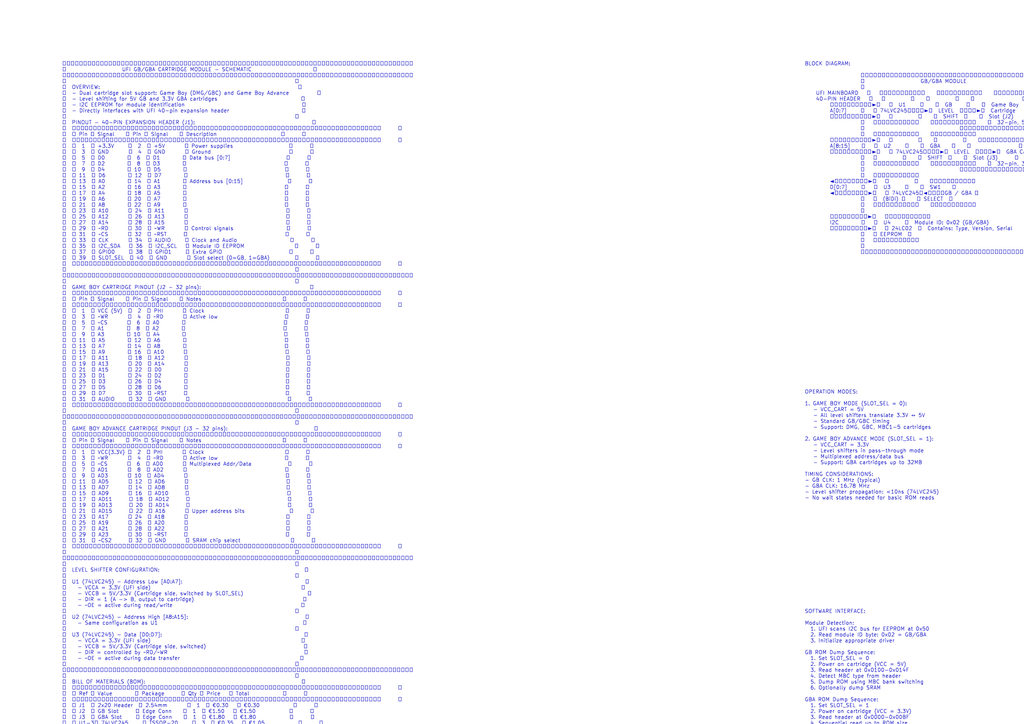
<source format=kicad_sch>
(kicad_sch (version 20231120) (generator "eeschema") (generator_version "8.0")
  (paper "A3")
  (title_block (title "UFI GB/GBA Cartridge Module - Complete") (date "2026-01-17") (rev "1.1") (company "UFI Project") (comment 1 "Game Boy / Game Boy Advance Cartridge Reader") (comment 2 "Expansion Module for UFI Mainboard") (comment 3 "40-pin Header Interface - BOM ~€6.50"))
  (lib_symbols)
  (text "╔══════════════════════════════════════════════════════════════════════════════════╗\n║                    UFI GB/GBA CARTRIDGE MODULE - SCHEMATIC                      ║\n╠══════════════════════════════════════════════════════════════════════════════════╣\n║                                                                                  ║\n║  OVERVIEW:                                                                       ║\n║  - Dual cartridge slot support: Game Boy (DMG/GBC) and Game Boy Advance          ║\n║  - Level shifting for 5V GB and 3.3V GBA cartridges                              ║\n║  - I2C EEPROM for module identification                                          ║\n║  - Directly interfaces with UFI 40-pin expansion header                          ║\n║                                                                                  ║\n║  PINOUT - 40-PIN EXPANSION HEADER (J1):                                          ║\n║  ┌────────────────────────────────────────────────────────────────────────┐      ║\n║  │ Pin │ Signal    │ Pin │ Signal    │ Description                       │      ║\n║  ├────────────────────────────────────────────────────────────────────────┤      ║\n║  │  1  │ +3.3V     │  2  │ +5V       │ Power supplies                    │      ║\n║  │  3  │ GND       │  4  │ GND       │ Ground                            │      ║\n║  │  5  │ D0        │  6  │ D1        │ Data bus [0:7]                    │      ║\n║  │  7  │ D2        │  8  │ D3        │                                   │      ║\n║  │  9  │ D4        │ 10  │ D5        │                                   │      ║\n║  │ 11  │ D6        │ 12  │ D7        │                                   │      ║\n║  │ 13  │ A0        │ 14  │ A1        │ Address bus [0:15]                │      ║\n║  │ 15  │ A2        │ 16  │ A3        │                                   │      ║\n║  │ 17  │ A4        │ 18  │ A5        │                                   │      ║\n║  │ 19  │ A6        │ 20  │ A7        │                                   │      ║\n║  │ 21  │ A8        │ 22  │ A9        │                                   │      ║\n║  │ 23  │ A10       │ 24  │ A11       │                                   │      ║\n║  │ 25  │ A12       │ 26  │ A13       │                                   │      ║\n║  │ 27  │ A14       │ 28  │ A15       │                                   │      ║\n║  │ 29  │ ~RD       │ 30  │ ~WR       │ Control signals                   │      ║\n║  │ 31  │ ~CS       │ 32  │ ~RST      │                                   │      ║\n║  │ 33  │ CLK       │ 34  │ AUDIO     │ Clock and Audio                   │      ║\n║  │ 35  │ I2C_SDA   │ 36  │ I2C_SCL   │ Module ID EEPROM                  │      ║\n║  │ 37  │ GPIO0     │ 38  │ GPIO1     │ Extra GPIO                        │      ║\n║  │ 39  │ SLOT_SEL  │ 40  │ GND       │ Slot select (0=GB, 1=GBA)         │      ║\n║  └────────────────────────────────────────────────────────────────────────┘      ║\n║                                                                                  ║\n╠══════════════════════════════════════════════════════════════════════════════════╣\n║                                                                                  ║\n║  GAME BOY CARTRIDGE PINOUT (J2 - 32 pins):                                       ║\n║  ┌────────────────────────────────────────────────────────────────────────┐      ║\n║  │ Pin │ Signal    │ Pin │ Signal    │ Notes                             │      ║\n║  ├────────────────────────────────────────────────────────────────────────┤      ║\n║  │  1  │ VCC (5V)  │  2  │ PHI       │ Clock                             │      ║\n║  │  3  │ ~WR       │  4  │ ~RD       │ Active low                        │      ║\n║  │  5  │ ~CS       │  6  │ A0        │                                   │      ║\n║  │  7  │ A1        │  8  │ A2        │                                   │      ║\n║  │  9  │ A3        │ 10  │ A4        │                                   │      ║\n║  │ 11  │ A5        │ 12  │ A6        │                                   │      ║\n║  │ 13  │ A7        │ 14  │ A8        │                                   │      ║\n║  │ 15  │ A9        │ 16  │ A10       │                                   │      ║\n║  │ 17  │ A11       │ 18  │ A12       │                                   │      ║\n║  │ 19  │ A13       │ 20  │ A14       │                                   │      ║\n║  │ 21  │ A15       │ 22  │ D0        │                                   │      ║\n║  │ 23  │ D1        │ 24  │ D2        │                                   │      ║\n║  │ 25  │ D3        │ 26  │ D4        │                                   │      ║\n║  │ 27  │ D5        │ 28  │ D6        │                                   │      ║\n║  │ 29  │ D7        │ 30  │ ~RST      │                                   │      ║\n║  │ 31  │ AUDIO     │ 32  │ GND       │                                   │      ║\n║  └────────────────────────────────────────────────────────────────────────┘      ║\n║                                                                                  ║\n╠══════════════════════════════════════════════════════════════════════════════════╣\n║                                                                                  ║\n║  GAME BOY ADVANCE CARTRIDGE PINOUT (J3 - 32 pins):                               ║\n║  ┌────────────────────────────────────────────────────────────────────────┐      ║\n║  │ Pin │ Signal    │ Pin │ Signal    │ Notes                             │      ║\n║  ├────────────────────────────────────────────────────────────────────────┤      ║\n║  │  1  │ VCC(3.3V) │  2  │ PHI       │ Clock                             │      ║\n║  │  3  │ ~WR       │  4  │ ~RD       │ Active low                        │      ║\n║  │  5  │ ~CS       │  6  │ AD0       │ Multiplexed Addr/Data             │      ║\n║  │  7  │ AD1       │  8  │ AD2       │                                   │      ║\n║  │  9  │ AD3       │ 10  │ AD4       │                                   │      ║\n║  │ 11  │ AD5       │ 12  │ AD6       │                                   │      ║\n║  │ 13  │ AD7       │ 14  │ AD8       │                                   │      ║\n║  │ 15  │ AD9       │ 16  │ AD10      │                                   │      ║\n║  │ 17  │ AD11      │ 18  │ AD12      │                                   │      ║\n║  │ 19  │ AD13      │ 20  │ AD14      │                                   │      ║\n║  │ 21  │ AD15      │ 22  │ A16       │ Upper address bits                │      ║\n║  │ 23  │ A17       │ 24  │ A18       │                                   │      ║\n║  │ 25  │ A19       │ 26  │ A20       │                                   │      ║\n║  │ 27  │ A21       │ 28  │ A22       │                                   │      ║\n║  │ 29  │ A23       │ 30  │ ~RST      │                                   │      ║\n║  │ 31  │ ~CS2      │ 32  │ GND       │ SRAM chip select                  │      ║\n║  └────────────────────────────────────────────────────────────────────────┘      ║\n║                                                                                  ║\n╠══════════════════════════════════════════════════════════════════════════════════╣\n║                                                                                  ║\n║  LEVEL SHIFTER CONFIGURATION:                                                    ║\n║                                                                                  ║\n║  U1 (74LVC245) - Address Low [A0:A7]:                                            ║\n║    - VCCA = 3.3V (UFI side)                                                      ║\n║    - VCCB = 5V/3.3V (Cartridge side, switched by SLOT_SEL)                       ║\n║    - DIR = 1 (A -> B, output to cartridge)                                       ║\n║    - ~OE = active during read/write                                              ║\n║                                                                                  ║\n║  U2 (74LVC245) - Address High [A8:A15]:                                          ║\n║    - Same configuration as U1                                                    ║\n║                                                                                  ║\n║  U3 (74LVC245) - Data [D0:D7]:                                                   ║\n║    - VCCA = 3.3V (UFI side)                                                      ║\n║    - VCCB = 5V/3.3V (Cartridge side, switched)                                   ║\n║    - DIR = controlled by ~RD/~WR                                                 ║\n║    - ~OE = active during data transfer                                           ║\n║                                                                                  ║\n╠══════════════════════════════════════════════════════════════════════════════════╣\n║                                                                                  ║\n║  BILL OF MATERIALS (BOM):                                                        ║\n║  ┌────────────────────────────────────────────────────────────────────────┐      ║\n║  │ Ref │ Value        │ Package      │ Qty │ Price   │ Total            │      ║\n║  ├────────────────────────────────────────────────────────────────────────┤      ║\n║  │ J1  │ 2x20 Header  │ 2.54mm       │  1  │ €0.30   │ €0.30            │      ║\n║  │ J2  │ GB Slot      │ Edge Conn    │  1  │ €1.50   │ €1.50            │      ║\n║  │ J3  │ GBA Slot     │ Edge Conn    │  1  │ €1.80   │ €1.80            │      ║\n║  │ U1-3│ 74LVC245     │ TSSOP-20     │  3  │ €0.35   │ €1.05            │      ║\n║  │ U4  │ 24LC02       │ SOIC-8       │  1  │ €0.25   │ €0.25            │      ║\n║  │ SW1 │ SPDT Switch  │ SMD          │  1  │ €0.30   │ €0.30            │      ║\n║  │ C1-6│ 100nF        │ 0402         │  6  │ €0.02   │ €0.12            │      ║\n║  │ R1-4│ 4.7kΩ        │ 0402         │  4  │ €0.01   │ €0.04            │      ║\n║  │ PCB │ 2-layer      │ 60x80mm      │  1  │ €1.00   │ €1.00            │      ║\n║  ├────────────────────────────────────────────────────────────────────────┤      ║\n║  │                                          TOTAL:    ~€6.36            │      ║\n║  └────────────────────────────────────────────────────────────────────────┘      ║\n║                                                                                  ║\n╚══════════════════════════════════════════════════════════════════════════════════╝" (at 25.4 25.4 0) (effects (font (size 1.5 1.5)) (justify left top)))
  (text "BLOCK DIAGRAM:\n\n                    ┌─────────────────────────────────────────────────────────┐\n                    │                    GB/GBA MODULE                        │\n                    │                                                         │\n    UFI MAINBOARD   │   ┌─────────┐    ┌─────────┐    ┌─────────────────┐    │\n    40-PIN HEADER   │   │         │    │         │    │                 │    │\n         ══════════►│   │  U1     │    │  GB     │    │  Game Boy       │    │\n         A[0:7]     │   │ 74LVC245│═══►│  LEVEL  │═══►│  Cartridge      │    │\n         ══════════►│   │         │    │  SHIFT  │    │  Slot (J2)      │    │\n                    │   └─────────┘    └─────────┘    │  32-pin, 5V     │    │\n                    │                                  └─────────────────┘    │\n                    │   ┌─────────┐    ┌─────────┐                            │\n         ══════════►│   │         │    │         │    ┌─────────────────┐    │\n         A[8:15]    │   │  U2     │    │  GBA    │    │                 │    │\n         ══════════►│   │ 74LVC245│═══►│  LEVEL  │═══►│  GBA Cartridge  │    │\n                    │   │         │    │  SHIFT  │    │  Slot (J3)      │    │\n                    │   └─────────┘    └─────────┘    │  32-pin, 3.3V   │    │\n                    │                                  └─────────────────┘    │\n                    │   ┌─────────┐                                           │\n         ◄════════►│   │         │    ┌─────────┐                            │\n         D[0:7]     │   │  U3     │    │  SW1    │                            │\n         ◄════════►│   │ 74LVC245│◄───┤GB / GBA │                            │\n                    │   │  (BiDi) │    │ SELECT  │                            │\n                    │   └─────────┘    └─────────┘                            │\n                    │                                                         │\n         ─────────►│   ┌─────────┐                                           │\n         I2C        │   │  U4     │  Module ID: 0x02 (GB/GBA)                 │\n         ─────────►│   │ 24LC02  │  Contains: Type, Version, Serial          │\n                    │   │ EEPROM  │                                           │\n                    │   └─────────┘                                           │\n                    │                                                         │\n                    └─────────────────────────────────────────────────────────┘" (at 330 25.4 0) (effects (font (size 1.5 1.5)) (justify left top)))
  (text "OPERATION MODES:\n\n1. GAME BOY MODE (SLOT_SEL = 0):\n   - VCC_CART = 5V\n   - All level shifters translate 3.3V ↔ 5V\n   - Standard GB/GBC timing\n   - Support: DMG, GBC, MBC1-5 cartridges\n\n2. GAME BOY ADVANCE MODE (SLOT_SEL = 1):\n   - VCC_CART = 3.3V\n   - Level shifters in pass-through mode\n   - Multiplexed address/data bus\n   - Support: GBA cartridges up to 32MB\n\nTIMING CONSIDERATIONS:\n- GB CLK: 1 MHz (typical)\n- GBA CLK: 16.78 MHz\n- Level shifter propagation: <10ns (74LVC245)\n- No wait states needed for basic ROM reads" (at 330 160 0) (effects (font (size 1.5 1.5)) (justify left top)))
  (text "SOFTWARE INTERFACE:\n\nModule Detection:\n  1. UFI scans I2C bus for EEPROM at 0x50\n  2. Read module ID byte: 0x02 = GB/GBA\n  3. Initialize appropriate driver\n\nGB ROM Dump Sequence:\n  1. Set SLOT_SEL = 0\n  2. Power on cartridge (VCC = 5V)\n  3. Read header at 0x0100-0x014F\n  4. Detect MBC type from header\n  5. Dump ROM using MBC bank switching\n  6. Optionally dump SRAM\n\nGBA ROM Dump Sequence:\n  1. Set SLOT_SEL = 1\n  2. Power on cartridge (VCC = 3.3V)\n  3. Read header at 0x0000-0x00BF\n  4. Sequential read up to ROM size\n  5. Detect and dump save type\n\nSupported Cartridge Types:\n  GB:  Plain ROM, MBC1, MBC2, MBC3, MBC5\n  GBA: Standard ROM, EEPROM, Flash, SRAM" (at 330 250 0) (effects (font (size 1.5 1.5)) (justify left top)))
  (text "NEXT STEPS FOR PCB LAYOUT:\n\n1. Board Dimensions: 60mm x 80mm (fits standard case)\n\n2. Layer Stackup (2-layer):\n   - Top: Components, signals\n   - Bottom: Ground plane, power\n\n3. Component Placement:\n   - J1 (40-pin header) at board edge\n   - J2 (GB slot) centered\n   - J3 (GBA slot) centered below J2\n   - Level shifters between header and slots\n   - EEPROM near I2C pins\n\n4. Critical Routing:\n   - Keep data lines short and matched\n   - Ground plane under all signal traces\n   - Decoupling caps close to IC power pins\n\n5. Silk Screen:\n   - Pin 1 markers\n   - Slot labels (GB/GBA)\n   - UFI logo\n   - Version number" (at 540 25.4 0) (effects (font (size 1.5 1.5)) (justify left top)))
)
</source>
